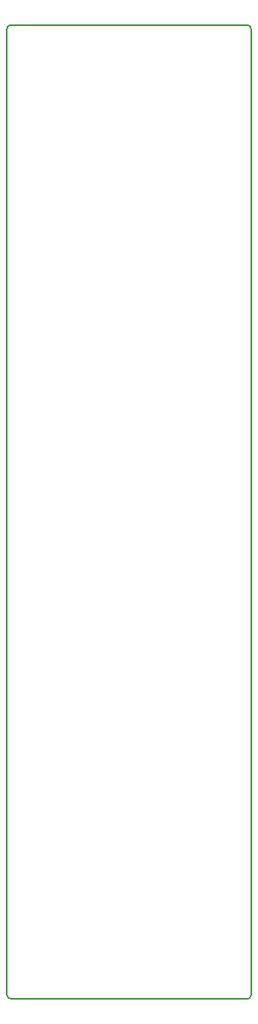
<source format=gm1>
%TF.GenerationSoftware,KiCad,Pcbnew,(7.0.0-0)*%
%TF.CreationDate,2023-07-17T23:39:08-05:00*%
%TF.ProjectId,speaker-SAO,73706561-6b65-4722-9d53-414f2e6b6963,rev?*%
%TF.SameCoordinates,Original*%
%TF.FileFunction,Profile,NP*%
%FSLAX46Y46*%
G04 Gerber Fmt 4.6, Leading zero omitted, Abs format (unit mm)*
G04 Created by KiCad (PCBNEW (7.0.0-0)) date 2023-07-17 23:39:08*
%MOMM*%
%LPD*%
G01*
G04 APERTURE LIST*
%TA.AperFunction,Profile*%
%ADD10C,0.150000*%
%TD*%
G04 APERTURE END LIST*
D10*
X41300000Y-157900000D02*
X65167157Y-157900000D01*
X65567157Y-60239531D02*
X65567157Y-157500000D01*
X41282843Y-59832843D02*
G75*
G03*
X40882843Y-60232843I-43J-399957D01*
G01*
X40900000Y-60232843D02*
X40900000Y-157500000D01*
X65167157Y-157899957D02*
G75*
G03*
X65567157Y-157500000I43J399957D01*
G01*
X65567156Y-60239531D02*
G75*
G03*
X65173721Y-59832844I-400056J6631D01*
G01*
X41282843Y-59832843D02*
X65173721Y-59832843D01*
X40900000Y-157500000D02*
G75*
G03*
X41300000Y-157900000I400000J0D01*
G01*
M02*

</source>
